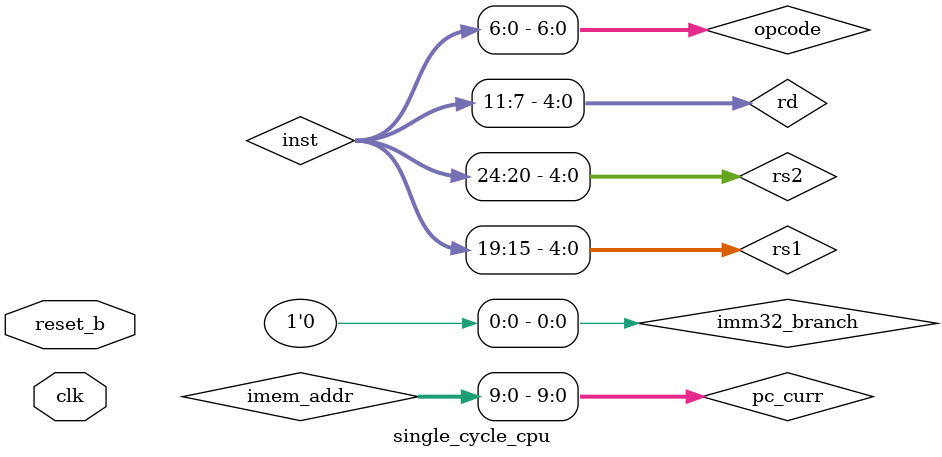
<source format=sv>
/* ********************************************
 *	COSE222 Lab #3
 *
 *	Module: top design of the single-cycle CPU (single_cycle_cpu.sv)
 *  - Top design of the single-cycle CPU
 *
 *  Author: Gunjae Koo (gunjaekoo@korea.ac.kr)
 *
 * ********************************************
 */

`timescale 1ns/1ps

module single_cycle_cpu
#(  parameter IMEM_DEPTH = 1024,    // imem depth (default: 1024 entries = 4 KB)
              IMEM_ADDR_WIDTH = 10,
              REG_WIDTH = 32,
              DMEM_DEPTH = 1024,    // dmem depth (default: 1024 entries = 8 KB)
              DMEM_ADDR_WIDTH = 10 )
(
    input           clk,            // System clock
    input           reset_b         // Asychronous negative reset
);

    // Wires for datapath elements
    logic   [IMEM_ADDR_WIDTH-1:0]   imem_addr;
    logic   [31:0]  inst;   // instructions = an output of ????

    logic   [4:0]   rs1, rs2, rd;    // register numbers
    logic   [REG_WIDTH-1:0] rd_din;
    logic           reg_write;
    logic   [REG_WIDTH-1:0] rs1_dout, rs2_dout;

    logic   [REG_WIDTH-1:0] alu_in1, alu_in2;
    logic   [3:0]   alu_control;    // ALU control signal
    logic   [REG_WIDTH-1:0] alu_result;
    logic           alu_zero;
    logic           alu_sign;

    logic   [DMEM_ADDR_WIDTH-1:0]    dmem_addr;
    logic   [31:0]  dmem_din, dmem_dout;
    logic           mem_read, mem_write;

    // -------------------------------------------------------------------
    /* Main control unit:
     * Main control unit generates control signals for datapath elements
     * The control signals are determined by decoding instructions
     * Generating control signals using opcode = inst[6:0]
     */
    logic   [6:0]   opcode;
    logic   [5:0]   branch;
    logic           alu_src, mem_to_reg;
    logic   [1:0]   alu_op;
    logic   [2:0]   funct3;
    //logic         mem_read, mem_write, reg_write; // declared above
    // Note for Lab #3
    // The branch control signal has 4-bits since this processor supports beq, bne, blt, and bge
    // Each bit of the branch control signal represents the corresponding branch instruction
    // i.e., branch[0] = beq, branch[1] = bne, branch[2] = blt, branch[3] = bge

    // COMPLETE THE MAIN CONTROL UNIT HERE
    assign opcode = inst[6:0];
	assign funct3 = inst[14:12];
	assign funct7 = inst[31:25];
    assign branch = 'b1 << funct3; 

    assign mem_read = ~|(opcode ^ 7'b0000011);    // ld
    assign mem_write = ~|(opcode ^ 7'b0100011);   // sd
    assign mem_to_reg = mem_read; //ld
    assign reg_write = mem_read |  ~|(opcode ^ 7'b0110011) | ~|(opcode ^ 7'b0010011); // ld, r-type, or i-type
    assign alu_src = mem_read | ~|(opcode ^ 7'b1100011);   // ld, sb, or i-type

    assign alu_op[0] = ~|(opcode ^ 7'b1100011); //branch 
    assign alu_op[1] = ~|(opcode ^ 7'b0110011) | ~|(opcode ^ 7'b0010011);    // r-type or i-type


    // --------------------------------------------------------------------

    // --------------------------------------------------------------------
    /* ALU control unit:
     * ALU control unit generate alu_control signal which selects ALU operations
     * Generating control signals using alu_op, funct7, and funct3 fileds
     */
    logic   [6:0]   funct7;
    //logic   [2:0]   funct3;   // declared above

    // COMPLETE THE ALU CONTROL UNIT HERE
	always_comb begin
		case ({alu_op, funct3}) 
			{2'b00, funct3}: alu_control = 4'b0010; // ld/st
			{2'b01, funct3}: alu_control = 4'b0110; // br
			{2'b10, 3'b000}: alu_control = |(opcode ^ 7'b0010011) & funct7[5] ? 4'b0110 : 4'b0010; // sub / add
			{2'b10, 3'b101}: alu_control = 4'b0101; //sr
			{2'b10, 3'b001}: alu_control = 4'b0111; //sl
			{2'b10, 3'b100}: alu_control = 4'b0011; //xor
			{2'b10, 3'b110}: alu_control = 4'b0001; //or
			{2'b10, 3'b111}: alu_control = 4'b0000; //and
		endcase
	end

    // ---------------------------------------------------------------------


    // ---------------------------------------------------------------------
    /* Immediate generator:
     * Generating immediate value from inst[31:0]
     * We require immediate type data for load, store, i-type, and branch instructions
     */
    logic   [REG_WIDTH-1:0]  imm32;
    logic   [REG_WIDTH-1:0]  imm32_branch;  // imm32 left shifted by 1
    logic   [11:0]  imm12;  // 12-bit immediate value extracted from inst

    // COMPLETE IMMEDIATE GENERATOR HERE
	always_comb begin
		case (opcode)
			7'b0000011 : imm12 = inst[31:20]; //ld
			7'b0100011 : imm12 = {inst[31:25], inst[11:7]}; //st
			7'b0010011 : imm12 = inst[31:20]; //I
			7'b1100011 : imm12 = {inst[31], inst[7], inst[30:25], inst[11:8]}; //SB
		endcase 
	end
	
	assign imm32 = $signed({{20{imm12[11]}}, imm12});
	assign imm32_branch = imm32<<1;

    // ----------------------------------------------------------------------

    // Program counter
    logic   [31:0]  pc_curr, pc_next;
    logic           pc_next_sel;    // selection signal for pc_next
    logic   [31:0]  pc_next_plus4, pc_next_branch;


    assign pc_next_plus4 = pc_curr + 4;

    always_ff @ (posedge clk or negedge reset_b) begin
        if (~reset_b) begin
            pc_curr <= 'b0;
        end else begin
            pc_curr <= pc_next;
        end
    end


    // MUXes:
    // COMPLETE MUXES HERE
    // PC_NEXT
    assign pc_next_sel = alu_op[0] & (
	  (branch[0] & alu_zero) |
	  (branch[1] & !alu_zero) |
	  ((branch[2]|branch[4]) & (!alu_zero & alu_sign)) |
	  ((branch[3]|branch[5]) & (alu_zero & !alu_sign))) ;      // FILL THIS

    assign pc_next = (pc_next_sel) ? pc_next_branch: pc_next_plus4; // if branch is taken, pc_next_sel=1'b1
    assign pc_next_branch = pc_curr + imm32_branch;   // FILL THIS

    // ALU inputs
    assign alu_in1 = rs1_dout;
    assign alu_in2 = alu_src ? imm32 : rs2_dout;

    // RF din
    assign rd_din = mem_to_reg ? dmem_dout : alu_result;

    // COMPLETE CONNECTIONS HERE
    // imem
    assign imem_addr = pc_curr[9:0];

    // regfile
    assign rs1 = inst[19:15];
    assign rs2 = inst[24:20];
    assign rd = inst[11:7];

    // dmem
    assign dmem_addr = alu_result[9:0];
    assign dmem_din = rs2_dout;
 

    // -----------------------------------------------------------------------
    /* Instantiation of datapath elements
     * All input/output ports should be connected
     */
    
    // IMEM
    imem #(
        .IMEM_DEPTH         (IMEM_DEPTH),
        .IMEM_ADDR_WIDTH    (IMEM_ADDR_WIDTH)
    ) u_imem_0 (
        .addr               ( imem_addr     ),
        .dout               ( inst     )
    );

    // REGFILE
	regfile #(
		.REG_WIDTH			(REG_WIDTH)
	) u_regfile_0 (
		.clk				(clk),
		.rs1				(rs1),
		.rs2				(rs2),
		.rd					(rd),
		.rd_din				(rd_din),
		.reg_write			(reg_write),
		.rs1_dout			(rs1_dout),
		.rs2_dout			(rs2_dout)
	);

    // ALU
	alu #(
		.REG_WIDTH			(REG_WIDTH)
	) u_alu_0 (
		.in1				(alu_in1),
		.in2				(alu_in2),
		.alu_control		(alu_control),
		.result				(alu_result),
		.zero				(alu_zero),
		.sign				(alu_sign)
	);

    // DMEM
	dmem #(
		.DMEM_DEPTH			(DMEM_DEPTH),
		.DMEM_ADDR_WIDTH	(DMEM_ADDR_WIDTH)
	) u_dmem_0 (
		.clk				(clk),
		.addr				(dmem_addr),
		.din				(dmem_din),
		.mem_read			(mem_read),
		.mem_write			(mem_write),
		.dout				(dmem_dout)
	);

endmodule

</source>
